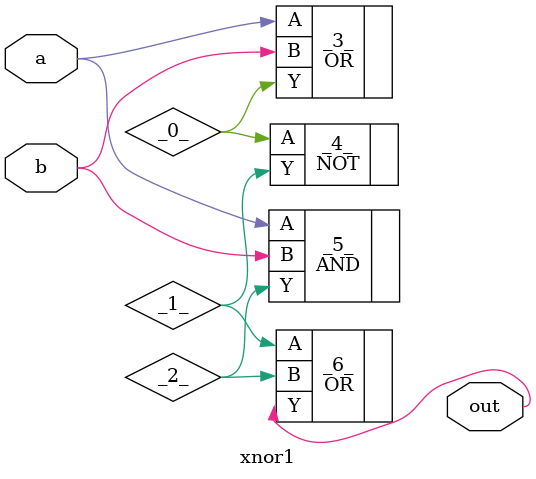
<source format=v>
/* Generated by Yosys 0.41+83 (git sha1 7045cf509, x86_64-w64-mingw32-g++ 13.2.1 -Os) */

/* cells_not_processed =  1  */
/* src = "xnor1.v:1.1-13.10" */
module xnor1(a, b, out);
  wire _0_;
  wire _1_;
  wire _2_;
  /* src = "xnor1.v:2.9-2.10" */
  input a;
  wire a;
  /* src = "xnor1.v:3.9-3.10" */
  input b;
  wire b;
  /* src = "xnor1.v:4.10-4.13" */
  output out;
  wire out;
  OR _3_ (
    .A(a),
    .B(b),
    .Y(_0_)
  );
  NOT _4_ (
    .A(_0_),
    .Y(_1_)
  );
  AND _5_ (
    .A(a),
    .B(b),
    .Y(_2_)
  );
  OR _6_ (
    .A(_1_),
    .B(_2_),
    .Y(out)
  );
endmodule

</source>
